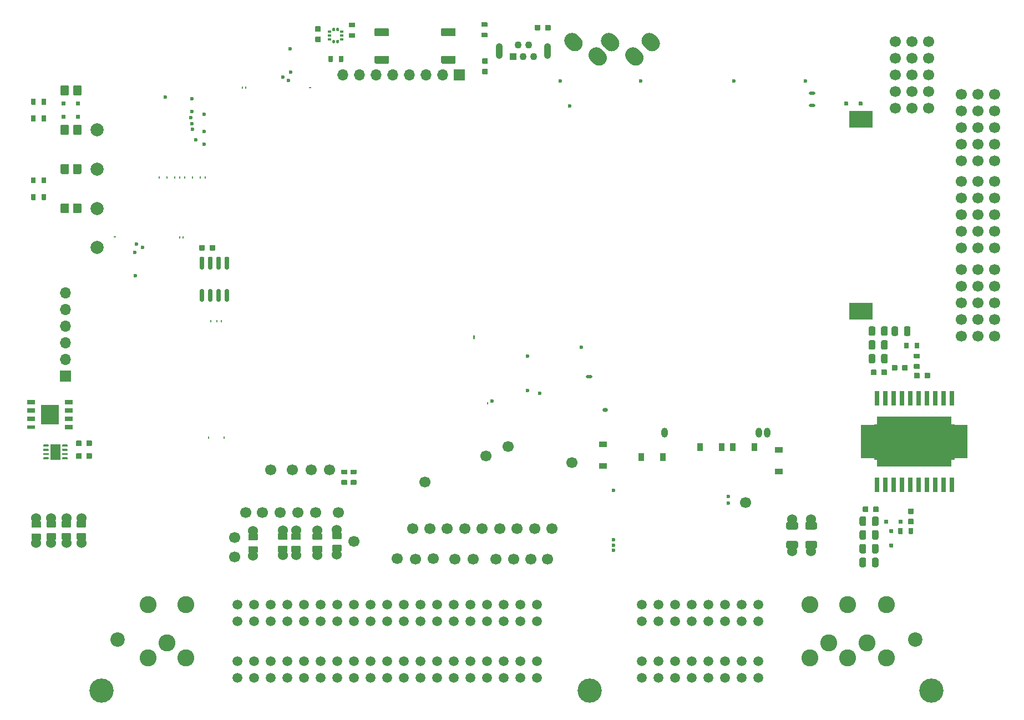
<source format=gts>
G04 #@! TF.GenerationSoftware,KiCad,Pcbnew,8.0.8*
G04 #@! TF.CreationDate,2025-12-07T11:44:23-05:00*
G04 #@! TF.ProjectId,hellen121vag,68656c6c-656e-4313-9231-7661672e6b69,d*
G04 #@! TF.SameCoordinates,PX2b953a0PY6943058*
G04 #@! TF.FileFunction,Soldermask,Top*
G04 #@! TF.FilePolarity,Negative*
%FSLAX46Y46*%
G04 Gerber Fmt 4.6, Leading zero omitted, Abs format (unit mm)*
G04 Created by KiCad (PCBNEW 8.0.8) date 2025-12-07 11:44:23*
%MOMM*%
%LPD*%
G01*
G04 APERTURE LIST*
%ADD10C,0.010000*%
%ADD11C,3.700000*%
%ADD12C,2.200000*%
%ADD13C,2.600000*%
%ADD14C,1.500000*%
%ADD15C,1.700000*%
%ADD16C,0.599999*%
%ADD17O,0.499999X0.250000*%
%ADD18O,0.250000X0.499999*%
%ADD19R,1.600000X2.400000*%
%ADD20O,0.200000X0.399999*%
%ADD21O,1.000001X1.500000*%
%ADD22O,0.800001X0.599999*%
%ADD23C,1.524000*%
%ADD24R,1.310000X0.650000*%
%ADD25R,1.310000X0.600000*%
%ADD26R,1.325000X1.500000*%
%ADD27R,1.200000X0.900000*%
%ADD28C,2.000000*%
%ADD29R,0.800000X2.200000*%
%ADD30R,2.032000X5.080000*%
%ADD31C,1.300000*%
%ADD32R,11.430000X7.620000*%
%ADD33R,3.600000X2.600000*%
%ADD34R,0.900000X1.200000*%
%ADD35R,1.700000X1.700000*%
%ADD36O,1.700000X1.700000*%
%ADD37O,1.000001X0.499999*%
%ADD38R,1.100000X1.100000*%
%ADD39C,1.100000*%
%ADD40O,1.100000X2.400000*%
%ADD41O,0.200000X0.499999*%
G04 APERTURE END LIST*
D10*
G04 #@! TO.C,U1*
X137017400Y40845303D02*
X136598850Y40845303D01*
X136598850Y46133763D01*
X137017400Y46133763D01*
X137017400Y40845303D01*
G36*
X137017400Y40845303D02*
G01*
X136598850Y40845303D01*
X136598850Y46133763D01*
X137017400Y46133763D01*
X137017400Y40845303D01*
G37*
X148803000Y40847843D02*
X148402450Y40847843D01*
X148402450Y46133763D01*
X148803000Y46133763D01*
X148803000Y40847843D01*
G36*
X148803000Y40847843D02*
G01*
X148402450Y40847843D01*
X148402450Y46133763D01*
X148803000Y46133763D01*
X148803000Y40847843D01*
G37*
G04 #@! TD*
D11*
G04 #@! TO.C,P1*
X145348000Y5492000D03*
X18648000Y5492000D03*
X93148000Y5492000D03*
D12*
X142898000Y13292000D03*
X21098000Y13292000D03*
D13*
X25748000Y10492000D03*
X31548000Y10492000D03*
X28648000Y12822000D03*
X25748000Y18622000D03*
X31548000Y18622000D03*
D14*
X85168000Y18622000D03*
X82628000Y18622000D03*
X80088000Y18622000D03*
X77548000Y18622000D03*
X75008000Y18622000D03*
X72468000Y18622000D03*
X69928000Y18622000D03*
X67388000Y18622000D03*
X64848000Y18622000D03*
X62308000Y18622000D03*
X59768000Y18622000D03*
X57228000Y18622000D03*
X54688000Y18622000D03*
X52148000Y18622000D03*
X49608000Y18622000D03*
X47068000Y18622000D03*
X44528000Y18622000D03*
X41988000Y18622000D03*
X39448000Y18622000D03*
X85168000Y16082000D03*
X82628000Y16082000D03*
X80088000Y16082000D03*
X77548000Y16082000D03*
X75008000Y16082000D03*
X72468000Y16082000D03*
X69928000Y16082000D03*
X67388000Y16082000D03*
X64848000Y16082000D03*
X62308000Y16082000D03*
X59768000Y16082000D03*
X57228000Y16082000D03*
X54688000Y16082000D03*
X52148000Y16082000D03*
X49608000Y16082000D03*
X47068000Y16082000D03*
X44528000Y16082000D03*
X41988000Y16082000D03*
X39448000Y16082000D03*
X85168000Y10032000D03*
X82628000Y10032000D03*
X80088000Y10032000D03*
X77548000Y10032000D03*
X75008000Y10032000D03*
X72468000Y10032000D03*
X69928000Y10032000D03*
X67388000Y10032000D03*
X64848000Y10032000D03*
X62308000Y10032000D03*
X59768000Y10032000D03*
X57228000Y10032000D03*
X54688000Y10032000D03*
X52148000Y10032000D03*
X49608000Y10032000D03*
X47068000Y10032000D03*
X44528000Y10032000D03*
X41988000Y10032000D03*
X39448000Y10032000D03*
X85168000Y7492000D03*
X82628000Y7492000D03*
X80088000Y7492000D03*
X77548000Y7492000D03*
X75008000Y7492000D03*
X72468000Y7492000D03*
X69928000Y7492000D03*
X67388000Y7492000D03*
X64848000Y7492000D03*
X62308000Y7492000D03*
X59768000Y7492000D03*
X57228000Y7492000D03*
X54688000Y7492000D03*
X52148000Y7492000D03*
X49608000Y7492000D03*
X47068000Y7492000D03*
X44528000Y7492000D03*
X41988000Y7492000D03*
X39448000Y7492000D03*
X101138000Y7492000D03*
X103678000Y7492000D03*
X106218000Y7492000D03*
X108758000Y7492000D03*
X111298000Y7492000D03*
X113838000Y7492000D03*
X116378000Y7492000D03*
X118918000Y7492000D03*
X101138000Y10032000D03*
X103678000Y10032000D03*
X106218000Y10032000D03*
X108758000Y10032000D03*
X111298000Y10032000D03*
X113838000Y10032000D03*
X116378000Y10032000D03*
X118918000Y10032000D03*
X101138000Y16082000D03*
X103678000Y16082000D03*
X106218000Y16082000D03*
X108758000Y16082000D03*
X111298000Y16082000D03*
X113838000Y16082000D03*
X116378000Y16082000D03*
X118918000Y16082000D03*
X101138000Y18622000D03*
X103678000Y18622000D03*
X106218000Y18622000D03*
X108758000Y18622000D03*
X111298000Y18622000D03*
X113838000Y18622000D03*
X116378000Y18622000D03*
X118918000Y18622000D03*
D13*
X126748000Y10492000D03*
X132548000Y10492000D03*
X138448000Y10492000D03*
X129648000Y12822000D03*
X135548000Y12822000D03*
X126748000Y18622000D03*
X132548000Y18622000D03*
X138448000Y18622000D03*
G04 #@! TD*
G04 #@! TO.C,M3*
G36*
G01*
X75642499Y59646377D02*
X75642499Y59196377D01*
G75*
G02*
X75517499Y59071377I-125000J0D01*
G01*
X75517499Y59071377D01*
G75*
G02*
X75392499Y59196377I0J125000D01*
G01*
X75392499Y59646377D01*
G75*
G02*
X75517499Y59771377I125000J0D01*
G01*
X75517499Y59771377D01*
G75*
G02*
X75642499Y59646377I0J-125000D01*
G01*
G37*
G04 #@! TD*
G04 #@! TO.C,U3*
G36*
G01*
X34145000Y64850000D02*
X33845000Y64850000D01*
G75*
G02*
X33695000Y65000000I0J150000D01*
G01*
X33695000Y66650000D01*
G75*
G02*
X33845000Y66800000I150000J0D01*
G01*
X34145000Y66800000D01*
G75*
G02*
X34295000Y66650000I0J-150000D01*
G01*
X34295000Y65000000D01*
G75*
G02*
X34145000Y64850000I-150000J0D01*
G01*
G37*
G36*
G01*
X35415000Y64850000D02*
X35115000Y64850000D01*
G75*
G02*
X34965000Y65000000I0J150000D01*
G01*
X34965000Y66650000D01*
G75*
G02*
X35115000Y66800000I150000J0D01*
G01*
X35415000Y66800000D01*
G75*
G02*
X35565000Y66650000I0J-150000D01*
G01*
X35565000Y65000000D01*
G75*
G02*
X35415000Y64850000I-150000J0D01*
G01*
G37*
G36*
G01*
X36685000Y64850000D02*
X36385000Y64850000D01*
G75*
G02*
X36235000Y65000000I0J150000D01*
G01*
X36235000Y66650000D01*
G75*
G02*
X36385000Y66800000I150000J0D01*
G01*
X36685000Y66800000D01*
G75*
G02*
X36835000Y66650000I0J-150000D01*
G01*
X36835000Y65000000D01*
G75*
G02*
X36685000Y64850000I-150000J0D01*
G01*
G37*
G36*
G01*
X37955000Y64850000D02*
X37655000Y64850000D01*
G75*
G02*
X37505000Y65000000I0J150000D01*
G01*
X37505000Y66650000D01*
G75*
G02*
X37655000Y66800000I150000J0D01*
G01*
X37955000Y66800000D01*
G75*
G02*
X38105000Y66650000I0J-150000D01*
G01*
X38105000Y65000000D01*
G75*
G02*
X37955000Y64850000I-150000J0D01*
G01*
G37*
G36*
G01*
X37955000Y69800000D02*
X37655000Y69800000D01*
G75*
G02*
X37505000Y69950000I0J150000D01*
G01*
X37505000Y71600000D01*
G75*
G02*
X37655000Y71750000I150000J0D01*
G01*
X37955000Y71750000D01*
G75*
G02*
X38105000Y71600000I0J-150000D01*
G01*
X38105000Y69950000D01*
G75*
G02*
X37955000Y69800000I-150000J0D01*
G01*
G37*
G36*
G01*
X36685000Y69800000D02*
X36385000Y69800000D01*
G75*
G02*
X36235000Y69950000I0J150000D01*
G01*
X36235000Y71600000D01*
G75*
G02*
X36385000Y71750000I150000J0D01*
G01*
X36685000Y71750000D01*
G75*
G02*
X36835000Y71600000I0J-150000D01*
G01*
X36835000Y69950000D01*
G75*
G02*
X36685000Y69800000I-150000J0D01*
G01*
G37*
G36*
G01*
X35415000Y69800000D02*
X35115000Y69800000D01*
G75*
G02*
X34965000Y69950000I0J150000D01*
G01*
X34965000Y71600000D01*
G75*
G02*
X35115000Y71750000I150000J0D01*
G01*
X35415000Y71750000D01*
G75*
G02*
X35565000Y71600000I0J-150000D01*
G01*
X35565000Y69950000D01*
G75*
G02*
X35415000Y69800000I-150000J0D01*
G01*
G37*
G36*
G01*
X34145000Y69800000D02*
X33845000Y69800000D01*
G75*
G02*
X33695000Y69950000I0J150000D01*
G01*
X33695000Y71600000D01*
G75*
G02*
X33845000Y71750000I150000J0D01*
G01*
X34145000Y71750000D01*
G75*
G02*
X34295000Y71600000I0J-150000D01*
G01*
X34295000Y69950000D01*
G75*
G02*
X34145000Y69800000I-150000J0D01*
G01*
G37*
G04 #@! TD*
D15*
G04 #@! TO.C,P2*
X44450000Y39198941D03*
G04 #@! TD*
G04 #@! TO.C,R22*
G36*
G01*
X143450000Y58565000D02*
X143450000Y57785000D01*
G75*
G02*
X143380000Y57715000I-70000J0D01*
G01*
X142820000Y57715000D01*
G75*
G02*
X142750000Y57785000I0J70000D01*
G01*
X142750000Y58565000D01*
G75*
G02*
X142820000Y58635000I70000J0D01*
G01*
X143380000Y58635000D01*
G75*
G02*
X143450000Y58565000I0J-70000D01*
G01*
G37*
G36*
G01*
X141850000Y58565000D02*
X141850000Y57785000D01*
G75*
G02*
X141780000Y57715000I-70000J0D01*
G01*
X141220000Y57715000D01*
G75*
G02*
X141150000Y57785000I0J70000D01*
G01*
X141150000Y58565000D01*
G75*
G02*
X141220000Y58635000I70000J0D01*
G01*
X141780000Y58635000D01*
G75*
G02*
X141850000Y58565000I0J-70000D01*
G01*
G37*
G04 #@! TD*
G04 #@! TO.C,C15*
G36*
G01*
X51360000Y106915001D02*
X52040000Y106915001D01*
G75*
G02*
X52125000Y106830001I0J-85000D01*
G01*
X52125000Y106150001D01*
G75*
G02*
X52040000Y106065001I-85000J0D01*
G01*
X51360000Y106065001D01*
G75*
G02*
X51275000Y106150001I0J85000D01*
G01*
X51275000Y106830001D01*
G75*
G02*
X51360000Y106915001I85000J0D01*
G01*
G37*
G36*
G01*
X51360000Y105334999D02*
X52040000Y105334999D01*
G75*
G02*
X52125000Y105249999I0J-85000D01*
G01*
X52125000Y104569999D01*
G75*
G02*
X52040000Y104484999I-85000J0D01*
G01*
X51360000Y104484999D01*
G75*
G02*
X51275000Y104569999I0J85000D01*
G01*
X51275000Y105249999D01*
G75*
G02*
X51360000Y105334999I85000J0D01*
G01*
G37*
G04 #@! TD*
G04 #@! TO.C,C6*
G36*
G01*
X77540000Y99584999D02*
X76860000Y99584999D01*
G75*
G02*
X76775000Y99669999I0J85000D01*
G01*
X76775000Y100349999D01*
G75*
G02*
X76860000Y100434999I85000J0D01*
G01*
X77540000Y100434999D01*
G75*
G02*
X77625000Y100349999I0J-85000D01*
G01*
X77625000Y99669999D01*
G75*
G02*
X77540000Y99584999I-85000J0D01*
G01*
G37*
G36*
G01*
X77540000Y101165001D02*
X76860000Y101165001D01*
G75*
G02*
X76775000Y101250001I0J85000D01*
G01*
X76775000Y101930001D01*
G75*
G02*
X76860000Y102015001I85000J0D01*
G01*
X77540000Y102015001D01*
G75*
G02*
X77625000Y101930001I0J-85000D01*
G01*
X77625000Y101250001D01*
G75*
G02*
X77540000Y101165001I-85000J0D01*
G01*
G37*
G04 #@! TD*
D16*
G04 #@! TO.C,M11*
X96809400Y36036600D03*
X96809400Y28536600D03*
X96809400Y27736600D03*
X96809400Y26936600D03*
X114334400Y34136600D03*
X114334400Y35136600D03*
G04 #@! TD*
D15*
G04 #@! TO.C,G5*
X149860000Y73050000D03*
X149860000Y75590000D03*
X149860000Y78130000D03*
X149860000Y80670000D03*
X149860000Y83210000D03*
X152400000Y73050000D03*
X152400000Y75590000D03*
X152400000Y78130000D03*
X152400000Y80670000D03*
X152400000Y83210000D03*
X154940000Y73050000D03*
X154940000Y75590000D03*
X154940000Y78130000D03*
X154940000Y80670000D03*
X154940000Y83210000D03*
G04 #@! TD*
D17*
G04 #@! TO.C,M1*
X50537495Y97531666D03*
D18*
X40187501Y97581664D03*
X40687502Y97581664D03*
D16*
X47237499Y98631662D03*
X46362497Y99156662D03*
X47537501Y99906660D03*
X47462498Y103456661D03*
G04 #@! TD*
D15*
G04 #@! TO.C,P17*
X57200000Y28275000D03*
G04 #@! TD*
G04 #@! TO.C,U5*
G36*
G01*
X9752499Y42839986D02*
X9752499Y42989986D01*
G75*
G02*
X9827499Y43064986I75000J0D01*
G01*
X10527499Y43064986D01*
G75*
G02*
X10602499Y42989986I0J-75000D01*
G01*
X10602499Y42839986D01*
G75*
G02*
X10527499Y42764986I-75000J0D01*
G01*
X9827499Y42764986D01*
G75*
G02*
X9752499Y42839986I0J75000D01*
G01*
G37*
G36*
G01*
X9752499Y42189986D02*
X9752499Y42339986D01*
G75*
G02*
X9827499Y42414986I75000J0D01*
G01*
X10527499Y42414986D01*
G75*
G02*
X10602499Y42339986I0J-75000D01*
G01*
X10602499Y42189986D01*
G75*
G02*
X10527499Y42114986I-75000J0D01*
G01*
X9827499Y42114986D01*
G75*
G02*
X9752499Y42189986I0J75000D01*
G01*
G37*
G36*
G01*
X9752499Y41539986D02*
X9752499Y41689986D01*
G75*
G02*
X9827499Y41764986I75000J0D01*
G01*
X10527499Y41764986D01*
G75*
G02*
X10602499Y41689986I0J-75000D01*
G01*
X10602499Y41539986D01*
G75*
G02*
X10527499Y41464986I-75000J0D01*
G01*
X9827499Y41464986D01*
G75*
G02*
X9752499Y41539986I0J75000D01*
G01*
G37*
G36*
G01*
X9752499Y40889986D02*
X9752499Y41039986D01*
G75*
G02*
X9827499Y41114986I75000J0D01*
G01*
X10527499Y41114986D01*
G75*
G02*
X10602499Y41039986I0J-75000D01*
G01*
X10602499Y40889986D01*
G75*
G02*
X10527499Y40814986I-75000J0D01*
G01*
X9827499Y40814986D01*
G75*
G02*
X9752499Y40889986I0J75000D01*
G01*
G37*
G36*
G01*
X12652499Y40889986D02*
X12652499Y41039986D01*
G75*
G02*
X12727499Y41114986I75000J0D01*
G01*
X13427499Y41114986D01*
G75*
G02*
X13502499Y41039986I0J-75000D01*
G01*
X13502499Y40889986D01*
G75*
G02*
X13427499Y40814986I-75000J0D01*
G01*
X12727499Y40814986D01*
G75*
G02*
X12652499Y40889986I0J75000D01*
G01*
G37*
G36*
G01*
X12652499Y41539986D02*
X12652499Y41689986D01*
G75*
G02*
X12727499Y41764986I75000J0D01*
G01*
X13427499Y41764986D01*
G75*
G02*
X13502499Y41689986I0J-75000D01*
G01*
X13502499Y41539986D01*
G75*
G02*
X13427499Y41464986I-75000J0D01*
G01*
X12727499Y41464986D01*
G75*
G02*
X12652499Y41539986I0J75000D01*
G01*
G37*
G36*
G01*
X12652499Y42189986D02*
X12652499Y42339986D01*
G75*
G02*
X12727499Y42414986I75000J0D01*
G01*
X13427499Y42414986D01*
G75*
G02*
X13502499Y42339986I0J-75000D01*
G01*
X13502499Y42189986D01*
G75*
G02*
X13427499Y42114986I-75000J0D01*
G01*
X12727499Y42114986D01*
G75*
G02*
X12652499Y42189986I0J75000D01*
G01*
G37*
G36*
G01*
X12652499Y42839986D02*
X12652499Y42989986D01*
G75*
G02*
X12727499Y43064986I75000J0D01*
G01*
X13427499Y43064986D01*
G75*
G02*
X13502499Y42989986I0J-75000D01*
G01*
X13502499Y42839986D01*
G75*
G02*
X13427499Y42764986I-75000J0D01*
G01*
X12727499Y42764986D01*
G75*
G02*
X12652499Y42839986I0J75000D01*
G01*
G37*
D19*
X11627499Y41939986D03*
G04 #@! TD*
D20*
G04 #@! TO.C,M7*
X34517335Y83814583D03*
X33757356Y83814583D03*
X32582363Y83814583D03*
X31407376Y83814583D03*
X30567464Y83814583D03*
X29817392Y83814583D03*
X28642381Y83814583D03*
X27467384Y83814583D03*
D16*
X32507387Y93914190D03*
X34342397Y93489182D03*
X32292389Y92939185D03*
X32507384Y92064226D03*
X32582391Y91214203D03*
X34342397Y90889187D03*
X33032397Y89589220D03*
X34342397Y88939203D03*
X28417382Y96114206D03*
X32492388Y95814204D03*
G04 #@! TD*
D21*
G04 #@! TO.C,M6*
X120232431Y44851221D03*
X118976566Y44851221D03*
X104601540Y44851221D03*
D22*
X95546542Y48347505D03*
G04 #@! TD*
D15*
G04 #@! TO.C,P5*
X50675000Y39173941D03*
G04 #@! TD*
G04 #@! TO.C,P61*
X40675000Y32675000D03*
G04 #@! TD*
G04 #@! TO.C,P44*
X76744800Y30212600D03*
G04 #@! TD*
G04 #@! TO.C,P16*
X68000000Y37375000D03*
G04 #@! TD*
G04 #@! TO.C,C18*
G36*
G01*
X14772499Y40985000D02*
X14772499Y41665000D01*
G75*
G02*
X14857499Y41750000I85000J0D01*
G01*
X15537499Y41750000D01*
G75*
G02*
X15622499Y41665000I0J-85000D01*
G01*
X15622499Y40985000D01*
G75*
G02*
X15537499Y40900000I-85000J0D01*
G01*
X14857499Y40900000D01*
G75*
G02*
X14772499Y40985000I0J85000D01*
G01*
G37*
G36*
G01*
X16352501Y40985000D02*
X16352501Y41665000D01*
G75*
G02*
X16437501Y41750000I85000J0D01*
G01*
X17117501Y41750000D01*
G75*
G02*
X17202501Y41665000I0J-85000D01*
G01*
X17202501Y40985000D01*
G75*
G02*
X17117501Y40900000I-85000J0D01*
G01*
X16437501Y40900000D01*
G75*
G02*
X16352501Y40985000I0J85000D01*
G01*
G37*
G04 #@! TD*
G04 #@! TO.C,D8*
G36*
G01*
X14312000Y90505000D02*
X14312000Y91745000D01*
G75*
G02*
X14442000Y91875000I130000J0D01*
G01*
X15482000Y91875000D01*
G75*
G02*
X15612000Y91745000I0J-130000D01*
G01*
X15612000Y90505000D01*
G75*
G02*
X15482000Y90375000I-130000J0D01*
G01*
X14442000Y90375000D01*
G75*
G02*
X14312000Y90505000I0J130000D01*
G01*
G37*
G36*
G01*
X12411979Y90505000D02*
X12411979Y91745000D01*
G75*
G02*
X12541979Y91875000I130000J0D01*
G01*
X13581979Y91875000D01*
G75*
G02*
X13711979Y91745000I0J-130000D01*
G01*
X13711979Y90505000D01*
G75*
G02*
X13581979Y90375000I-130000J0D01*
G01*
X12541979Y90375000D01*
G75*
G02*
X12411979Y90505000I0J130000D01*
G01*
G37*
G04 #@! TD*
G04 #@! TO.C,P6*
X116936200Y34225800D03*
G04 #@! TD*
G04 #@! TO.C,P66*
X79419800Y30212600D03*
G04 #@! TD*
G04 #@! TO.C,P12*
X69300000Y25625000D03*
G04 #@! TD*
G04 #@! TO.C,P13*
X66575000Y25550000D03*
G04 #@! TD*
D23*
G04 #@! TO.C,R13*
X8700000Y31830000D03*
G36*
G01*
X8075000Y31375001D02*
X9325000Y31375001D01*
G75*
G02*
X9425000Y31275001I0J-100000D01*
G01*
X9425000Y30475001D01*
G75*
G02*
X9325000Y30375001I-100000J0D01*
G01*
X8075000Y30375001D01*
G75*
G02*
X7975000Y30475001I0J100000D01*
G01*
X7975000Y31275001D01*
G75*
G02*
X8075000Y31375001I100000J0D01*
G01*
G37*
G36*
G01*
X8075000Y29474979D02*
X9325000Y29474979D01*
G75*
G02*
X9425000Y29374979I0J-100000D01*
G01*
X9425000Y28574979D01*
G75*
G02*
X9325000Y28474979I-100000J0D01*
G01*
X8075000Y28474979D01*
G75*
G02*
X7975000Y28574979I0J100000D01*
G01*
X7975000Y29374979D01*
G75*
G02*
X8075000Y29474979I100000J0D01*
G01*
G37*
X8700000Y28020000D03*
G04 #@! TD*
D15*
G04 #@! TO.C,G2*
X149860000Y86360000D03*
X149860000Y88900000D03*
X149860000Y91440000D03*
X149860000Y93980000D03*
X149860000Y96520000D03*
X152400000Y86360000D03*
X152400000Y88900000D03*
X152400000Y91440000D03*
X152400000Y93980000D03*
X152400000Y96520000D03*
X154940000Y86360000D03*
X154940000Y88900000D03*
X154940000Y91440000D03*
X154940000Y93980000D03*
X154940000Y96520000D03*
G04 #@! TD*
D23*
G04 #@! TO.C,R4*
X54600000Y26295000D03*
G36*
G01*
X55225000Y26749999D02*
X53975000Y26749999D01*
G75*
G02*
X53875000Y26849999I0J100000D01*
G01*
X53875000Y27649999D01*
G75*
G02*
X53975000Y27749999I100000J0D01*
G01*
X55225000Y27749999D01*
G75*
G02*
X55325000Y27649999I0J-100000D01*
G01*
X55325000Y26849999D01*
G75*
G02*
X55225000Y26749999I-100000J0D01*
G01*
G37*
X54600000Y30105000D03*
G36*
G01*
X55225000Y28650021D02*
X53975000Y28650021D01*
G75*
G02*
X53875000Y28750021I0J100000D01*
G01*
X53875000Y29550021D01*
G75*
G02*
X53975000Y29650021I100000J0D01*
G01*
X55225000Y29650021D01*
G75*
G02*
X55325000Y29550021I0J-100000D01*
G01*
X55325000Y28750021D01*
G75*
G02*
X55225000Y28650021I-100000J0D01*
G01*
G37*
G04 #@! TD*
D15*
G04 #@! TO.C,P63*
X86775000Y25575000D03*
G04 #@! TD*
G04 #@! TO.C,P4*
X53500000Y39173941D03*
G04 #@! TD*
G04 #@! TO.C,R16*
G36*
G01*
X10212000Y95790000D02*
X10212000Y95010000D01*
G75*
G02*
X10142000Y94940000I-70000J0D01*
G01*
X9582000Y94940000D01*
G75*
G02*
X9512000Y95010000I0J70000D01*
G01*
X9512000Y95790000D01*
G75*
G02*
X9582000Y95860000I70000J0D01*
G01*
X10142000Y95860000D01*
G75*
G02*
X10212000Y95790000I0J-70000D01*
G01*
G37*
G36*
G01*
X8612000Y95790000D02*
X8612000Y95010000D01*
G75*
G02*
X8542000Y94940000I-70000J0D01*
G01*
X7982000Y94940000D01*
G75*
G02*
X7912000Y95010000I0J70000D01*
G01*
X7912000Y95790000D01*
G75*
G02*
X7982000Y95860000I70000J0D01*
G01*
X8542000Y95860000D01*
G75*
G02*
X8612000Y95790000I0J-70000D01*
G01*
G37*
G04 #@! TD*
G04 #@! TO.C,C5*
G36*
G01*
X145122001Y53932163D02*
X145122001Y53252163D01*
G75*
G02*
X145037001Y53167163I-85000J0D01*
G01*
X144357001Y53167163D01*
G75*
G02*
X144272001Y53252163I0J85000D01*
G01*
X144272001Y53932163D01*
G75*
G02*
X144357001Y54017163I85000J0D01*
G01*
X145037001Y54017163D01*
G75*
G02*
X145122001Y53932163I0J-85000D01*
G01*
G37*
G36*
G01*
X143541999Y53932163D02*
X143541999Y53252163D01*
G75*
G02*
X143456999Y53167163I-85000J0D01*
G01*
X142776999Y53167163D01*
G75*
G02*
X142691999Y53252163I0J85000D01*
G01*
X142691999Y53932163D01*
G75*
G02*
X142776999Y54017163I85000J0D01*
G01*
X143456999Y54017163D01*
G75*
G02*
X143541999Y53932163I0J-85000D01*
G01*
G37*
G04 #@! TD*
G04 #@! TO.C,C11*
G36*
G01*
X134362000Y30900000D02*
X134362000Y31850000D01*
G75*
G02*
X134612000Y32100000I250000J0D01*
G01*
X135112000Y32100000D01*
G75*
G02*
X135362000Y31850000I0J-250000D01*
G01*
X135362000Y30900000D01*
G75*
G02*
X135112000Y30650000I-250000J0D01*
G01*
X134612000Y30650000D01*
G75*
G02*
X134362000Y30900000I0J250000D01*
G01*
G37*
G36*
G01*
X136262000Y30900000D02*
X136262000Y31850000D01*
G75*
G02*
X136512000Y32100000I250000J0D01*
G01*
X137012000Y32100000D01*
G75*
G02*
X137262000Y31850000I0J-250000D01*
G01*
X137262000Y30900000D01*
G75*
G02*
X137012000Y30650000I-250000J0D01*
G01*
X136512000Y30650000D01*
G75*
G02*
X136262000Y30900000I0J250000D01*
G01*
G37*
G04 #@! TD*
D18*
G04 #@! TO.C,M5*
X35362524Y61926574D03*
X36237524Y61926574D03*
X36937525Y61926574D03*
X37387524Y44101576D03*
X34987521Y44101576D03*
G04 #@! TD*
D15*
G04 #@! TO.C,P28*
X74094800Y30212600D03*
G04 #@! TD*
G04 #@! TO.C,P74*
X45925000Y32675000D03*
G04 #@! TD*
D23*
G04 #@! TO.C,R8*
X48350000Y29955000D03*
G36*
G01*
X47725000Y29500001D02*
X48975000Y29500001D01*
G75*
G02*
X49075000Y29400001I0J-100000D01*
G01*
X49075000Y28600001D01*
G75*
G02*
X48975000Y28500001I-100000J0D01*
G01*
X47725000Y28500001D01*
G75*
G02*
X47625000Y28600001I0J100000D01*
G01*
X47625000Y29400001D01*
G75*
G02*
X47725000Y29500001I100000J0D01*
G01*
G37*
G36*
G01*
X47725000Y27599979D02*
X48975000Y27599979D01*
G75*
G02*
X49075000Y27499979I0J-100000D01*
G01*
X49075000Y26699979D01*
G75*
G02*
X48975000Y26599979I-100000J0D01*
G01*
X47725000Y26599979D01*
G75*
G02*
X47625000Y26699979I0J100000D01*
G01*
X47625000Y27499979D01*
G75*
G02*
X47725000Y27599979I100000J0D01*
G01*
G37*
X48350000Y26145000D03*
G04 #@! TD*
D24*
G04 #@! TO.C,U4*
X7942500Y49530000D03*
X7942500Y48260000D03*
X7942500Y46990000D03*
D25*
X7942500Y45720000D03*
D24*
X13632500Y45720000D03*
X13632500Y46990000D03*
X13632500Y48260000D03*
X13632500Y49530000D03*
D26*
X11450000Y48375000D03*
X11450000Y46875000D03*
X10125000Y46875000D03*
D14*
X10787500Y47625000D03*
D26*
X10125000Y48375000D03*
G04 #@! TD*
G04 #@! TO.C,F1*
G36*
G01*
X124975000Y28119990D02*
X124975000Y27429990D01*
G75*
G02*
X124745000Y27199990I-230000J0D01*
G01*
X123405000Y27199990D01*
G75*
G02*
X123175000Y27429990I0J230000D01*
G01*
X123175000Y28119990D01*
G75*
G02*
X123405000Y28349990I230000J0D01*
G01*
X124745000Y28349990D01*
G75*
G02*
X124975000Y28119990I0J-230000D01*
G01*
G37*
D23*
X124075000Y26775000D03*
G36*
G01*
X124975000Y31020010D02*
X124975000Y30330010D01*
G75*
G02*
X124745000Y30100010I-230000J0D01*
G01*
X123405000Y30100010D01*
G75*
G02*
X123175000Y30330010I0J230000D01*
G01*
X123175000Y31020010D01*
G75*
G02*
X123405000Y31250010I230000J0D01*
G01*
X124745000Y31250010D01*
G75*
G02*
X124975000Y31020010I0J-230000D01*
G01*
G37*
X124075000Y31675000D03*
G04 #@! TD*
D27*
G04 #@! TO.C,D10*
X122016200Y38951200D03*
X122016200Y42251200D03*
G04 #@! TD*
D28*
G04 #@! TO.C,J2*
X17962000Y91125000D03*
G04 #@! TD*
D29*
G04 #@! TO.C,U1*
X136992000Y36892163D03*
X138262000Y36892163D03*
X139532000Y36892163D03*
X140802000Y36892163D03*
X142072000Y36892163D03*
X143342000Y36892163D03*
X144612000Y36892163D03*
X145882000Y36892163D03*
X147152000Y36892163D03*
X148422000Y36892163D03*
X148422000Y50092163D03*
X147152000Y50092163D03*
X145882000Y50092163D03*
X144612000Y50092163D03*
X143342000Y50092163D03*
X142072000Y50092163D03*
X140802000Y50092163D03*
X139532000Y50092163D03*
X138262000Y50092163D03*
X136992000Y50092163D03*
D30*
X135595000Y43492163D03*
D31*
X137707000Y40492163D03*
X137707000Y46492163D03*
X142707000Y46492163D03*
D32*
X142707000Y43492163D03*
D31*
X147707000Y43492163D03*
X142707000Y43492163D03*
X147707000Y46492163D03*
X137707000Y43492163D03*
X147707000Y40492163D03*
X142707000Y40492163D03*
D30*
X149819000Y43492163D03*
G04 #@! TD*
G04 #@! TO.C,R21*
G36*
G01*
X10212000Y81240000D02*
X10212000Y80460000D01*
G75*
G02*
X10142000Y80390000I-70000J0D01*
G01*
X9582000Y80390000D01*
G75*
G02*
X9512000Y80460000I0J70000D01*
G01*
X9512000Y81240000D01*
G75*
G02*
X9582000Y81310000I70000J0D01*
G01*
X10142000Y81310000D01*
G75*
G02*
X10212000Y81240000I0J-70000D01*
G01*
G37*
G36*
G01*
X8612000Y81240000D02*
X8612000Y80460000D01*
G75*
G02*
X8542000Y80390000I-70000J0D01*
G01*
X7982000Y80390000D01*
G75*
G02*
X7912000Y80460000I0J70000D01*
G01*
X7912000Y81240000D01*
G75*
G02*
X7982000Y81310000I70000J0D01*
G01*
X8542000Y81310000D01*
G75*
G02*
X8612000Y81240000I0J-70000D01*
G01*
G37*
G04 #@! TD*
D17*
G04 #@! TO.C,M10*
X20725007Y74749997D03*
D18*
X31075001Y74699999D03*
X30575000Y74699999D03*
D16*
X24025003Y73650001D03*
X24900005Y73125001D03*
X23725001Y72375003D03*
X23800004Y68825002D03*
G04 #@! TD*
G04 #@! TO.C,D4*
G36*
G01*
X14312000Y96505000D02*
X14312000Y97745000D01*
G75*
G02*
X14442000Y97875000I130000J0D01*
G01*
X15482000Y97875000D01*
G75*
G02*
X15612000Y97745000I0J-130000D01*
G01*
X15612000Y96505000D01*
G75*
G02*
X15482000Y96375000I-130000J0D01*
G01*
X14442000Y96375000D01*
G75*
G02*
X14312000Y96505000I0J130000D01*
G01*
G37*
G36*
G01*
X12411979Y96505000D02*
X12411979Y97745000D01*
G75*
G02*
X12541979Y97875000I130000J0D01*
G01*
X13581979Y97875000D01*
G75*
G02*
X13711979Y97745000I0J-130000D01*
G01*
X13711979Y96505000D01*
G75*
G02*
X13581979Y96375000I-130000J0D01*
G01*
X12541979Y96375000D01*
G75*
G02*
X12411979Y96505000I0J130000D01*
G01*
G37*
G04 #@! TD*
G04 #@! TO.C,C16*
G36*
G01*
X36015001Y73440000D02*
X36015001Y72760000D01*
G75*
G02*
X35930001Y72675000I-85000J0D01*
G01*
X35250001Y72675000D01*
G75*
G02*
X35165001Y72760000I0J85000D01*
G01*
X35165001Y73440000D01*
G75*
G02*
X35250001Y73525000I85000J0D01*
G01*
X35930001Y73525000D01*
G75*
G02*
X36015001Y73440000I0J-85000D01*
G01*
G37*
G36*
G01*
X34434999Y73440000D02*
X34434999Y72760000D01*
G75*
G02*
X34349999Y72675000I-85000J0D01*
G01*
X33669999Y72675000D01*
G75*
G02*
X33584999Y72760000I0J85000D01*
G01*
X33584999Y73440000D01*
G75*
G02*
X33669999Y73525000I85000J0D01*
G01*
X34349999Y73525000D01*
G75*
G02*
X34434999Y73440000I0J-85000D01*
G01*
G37*
G04 #@! TD*
G04 #@! TO.C,S1*
G36*
G01*
X60482000Y106600001D02*
X62442000Y106600001D01*
G75*
G02*
X62562000Y106480001I0J-120000D01*
G01*
X62562000Y105520001D01*
G75*
G02*
X62442000Y105400001I-120000J0D01*
G01*
X60482000Y105400001D01*
G75*
G02*
X60362000Y105520001I0J120000D01*
G01*
X60362000Y106480001D01*
G75*
G02*
X60482000Y106600001I120000J0D01*
G01*
G37*
G36*
G01*
X60482000Y102400000D02*
X62442000Y102400000D01*
G75*
G02*
X62562000Y102280000I0J-120000D01*
G01*
X62562000Y101320000D01*
G75*
G02*
X62442000Y101200000I-120000J0D01*
G01*
X60482000Y101200000D01*
G75*
G02*
X60362000Y101320000I0J120000D01*
G01*
X60362000Y102280000D01*
G75*
G02*
X60482000Y102400000I120000J0D01*
G01*
G37*
G04 #@! TD*
D15*
G04 #@! TO.C,P67*
X82112800Y30212600D03*
G04 #@! TD*
D33*
G04 #@! TO.C,BT1*
X134600000Y92700000D03*
X134600000Y63400000D03*
G04 #@! TD*
D15*
G04 #@! TO.C,P9*
X71444800Y30212600D03*
G04 #@! TD*
G04 #@! TO.C,C19*
G36*
G01*
X14772499Y42925000D02*
X14772499Y43605000D01*
G75*
G02*
X14857499Y43690000I85000J0D01*
G01*
X15537499Y43690000D01*
G75*
G02*
X15622499Y43605000I0J-85000D01*
G01*
X15622499Y42925000D01*
G75*
G02*
X15537499Y42840000I-85000J0D01*
G01*
X14857499Y42840000D01*
G75*
G02*
X14772499Y42925000I0J85000D01*
G01*
G37*
G36*
G01*
X16352501Y42925000D02*
X16352501Y43605000D01*
G75*
G02*
X16437501Y43690000I85000J0D01*
G01*
X17117501Y43690000D01*
G75*
G02*
X17202501Y43605000I0J-85000D01*
G01*
X17202501Y42925000D01*
G75*
G02*
X17117501Y42840000I-85000J0D01*
G01*
X16437501Y42840000D01*
G75*
G02*
X16352501Y42925000I0J85000D01*
G01*
G37*
G04 #@! TD*
G04 #@! TO.C,R5*
G36*
G01*
X142717000Y56942163D02*
X143497000Y56942163D01*
G75*
G02*
X143567000Y56872163I0J-70000D01*
G01*
X143567000Y56312163D01*
G75*
G02*
X143497000Y56242163I-70000J0D01*
G01*
X142717000Y56242163D01*
G75*
G02*
X142647000Y56312163I0J70000D01*
G01*
X142647000Y56872163D01*
G75*
G02*
X142717000Y56942163I70000J0D01*
G01*
G37*
G36*
G01*
X142717000Y55342163D02*
X143497000Y55342163D01*
G75*
G02*
X143567000Y55272163I0J-70000D01*
G01*
X143567000Y54712163D01*
G75*
G02*
X143497000Y54642163I-70000J0D01*
G01*
X142717000Y54642163D01*
G75*
G02*
X142647000Y54712163I0J70000D01*
G01*
X142647000Y55272163D01*
G75*
G02*
X142717000Y55342163I70000J0D01*
G01*
G37*
G04 #@! TD*
G04 #@! TO.C,P7*
X90500000Y40325000D03*
G04 #@! TD*
G04 #@! TO.C,U2*
G36*
G01*
X54200000Y104300000D02*
X54000000Y104300000D01*
G75*
G02*
X53900000Y104400000I0J100000D01*
G01*
X53900000Y104750000D01*
G75*
G02*
X54000000Y104850000I100000J0D01*
G01*
X54200000Y104850000D01*
G75*
G02*
X54300000Y104750000I0J-100000D01*
G01*
X54300000Y104400000D01*
G75*
G02*
X54200000Y104300000I-100000J0D01*
G01*
G37*
G36*
G01*
X54800000Y104300000D02*
X54600000Y104300000D01*
G75*
G02*
X54500000Y104400000I0J100000D01*
G01*
X54500000Y104750000D01*
G75*
G02*
X54600000Y104850000I100000J0D01*
G01*
X54800000Y104850000D01*
G75*
G02*
X54900000Y104750000I0J-100000D01*
G01*
X54900000Y104400000D01*
G75*
G02*
X54800000Y104300000I-100000J0D01*
G01*
G37*
G36*
G01*
X55500000Y104700000D02*
X55150000Y104700000D01*
G75*
G02*
X55050000Y104800000I0J100000D01*
G01*
X55050000Y105000000D01*
G75*
G02*
X55150000Y105100000I100000J0D01*
G01*
X55500000Y105100000D01*
G75*
G02*
X55600000Y105000000I0J-100000D01*
G01*
X55600000Y104800000D01*
G75*
G02*
X55500000Y104700000I-100000J0D01*
G01*
G37*
G36*
G01*
X55500000Y105300000D02*
X55150000Y105300000D01*
G75*
G02*
X55050000Y105400000I0J100000D01*
G01*
X55050000Y105600000D01*
G75*
G02*
X55150000Y105700000I100000J0D01*
G01*
X55500000Y105700000D01*
G75*
G02*
X55600000Y105600000I0J-100000D01*
G01*
X55600000Y105400000D01*
G75*
G02*
X55500000Y105300000I-100000J0D01*
G01*
G37*
G36*
G01*
X55500000Y105900000D02*
X55150000Y105900000D01*
G75*
G02*
X55050000Y106000000I0J100000D01*
G01*
X55050000Y106200000D01*
G75*
G02*
X55150000Y106300000I100000J0D01*
G01*
X55500000Y106300000D01*
G75*
G02*
X55600000Y106200000I0J-100000D01*
G01*
X55600000Y106000000D01*
G75*
G02*
X55500000Y105900000I-100000J0D01*
G01*
G37*
G36*
G01*
X54800000Y106150000D02*
X54600000Y106150000D01*
G75*
G02*
X54500000Y106250000I0J100000D01*
G01*
X54500000Y106600000D01*
G75*
G02*
X54600000Y106700000I100000J0D01*
G01*
X54800000Y106700000D01*
G75*
G02*
X54900000Y106600000I0J-100000D01*
G01*
X54900000Y106250000D01*
G75*
G02*
X54800000Y106150000I-100000J0D01*
G01*
G37*
G36*
G01*
X54200000Y106150000D02*
X54000000Y106150000D01*
G75*
G02*
X53900000Y106250000I0J100000D01*
G01*
X53900000Y106600000D01*
G75*
G02*
X54000000Y106700000I100000J0D01*
G01*
X54200000Y106700000D01*
G75*
G02*
X54300000Y106600000I0J-100000D01*
G01*
X54300000Y106250000D01*
G75*
G02*
X54200000Y106150000I-100000J0D01*
G01*
G37*
G36*
G01*
X53650000Y105900000D02*
X53300000Y105900000D01*
G75*
G02*
X53200000Y106000000I0J100000D01*
G01*
X53200000Y106200000D01*
G75*
G02*
X53300000Y106300000I100000J0D01*
G01*
X53650000Y106300000D01*
G75*
G02*
X53750000Y106200000I0J-100000D01*
G01*
X53750000Y106000000D01*
G75*
G02*
X53650000Y105900000I-100000J0D01*
G01*
G37*
G36*
G01*
X53650000Y105300000D02*
X53300000Y105300000D01*
G75*
G02*
X53200000Y105400000I0J100000D01*
G01*
X53200000Y105600000D01*
G75*
G02*
X53300000Y105700000I100000J0D01*
G01*
X53650000Y105700000D01*
G75*
G02*
X53750000Y105600000I0J-100000D01*
G01*
X53750000Y105400000D01*
G75*
G02*
X53650000Y105300000I-100000J0D01*
G01*
G37*
G36*
G01*
X53650000Y104700000D02*
X53300000Y104700000D01*
G75*
G02*
X53200000Y104800000I0J100000D01*
G01*
X53200000Y105000000D01*
G75*
G02*
X53300000Y105100000I100000J0D01*
G01*
X53650000Y105100000D01*
G75*
G02*
X53750000Y105000000I0J-100000D01*
G01*
X53750000Y104800000D01*
G75*
G02*
X53650000Y104700000I-100000J0D01*
G01*
G37*
G04 #@! TD*
G04 #@! TO.C,D5*
G36*
G01*
X15302000Y92825000D02*
X14822000Y92825000D01*
G75*
G02*
X14762000Y92885000I0J60000D01*
G01*
X14762000Y93365000D01*
G75*
G02*
X14822000Y93425000I60000J0D01*
G01*
X15302000Y93425000D01*
G75*
G02*
X15362000Y93365000I0J-60000D01*
G01*
X15362000Y92885000D01*
G75*
G02*
X15302000Y92825000I-60000J0D01*
G01*
G37*
G36*
G01*
X13102000Y92825000D02*
X12622000Y92825000D01*
G75*
G02*
X12562000Y92885000I0J60000D01*
G01*
X12562000Y93365000D01*
G75*
G02*
X12622000Y93425000I60000J0D01*
G01*
X13102000Y93425000D01*
G75*
G02*
X13162000Y93365000I0J-60000D01*
G01*
X13162000Y92885000D01*
G75*
G02*
X13102000Y92825000I-60000J0D01*
G01*
G37*
G04 #@! TD*
G04 #@! TO.C,P49*
X72625000Y25575000D03*
G04 #@! TD*
G04 #@! TO.C,R18*
G36*
G01*
X53274986Y101550001D02*
X53274986Y102330001D01*
G75*
G02*
X53344986Y102400001I70000J0D01*
G01*
X53904986Y102400001D01*
G75*
G02*
X53974986Y102330001I0J-70000D01*
G01*
X53974986Y101550001D01*
G75*
G02*
X53904986Y101480001I-70000J0D01*
G01*
X53344986Y101480001D01*
G75*
G02*
X53274986Y101550001I0J70000D01*
G01*
G37*
G36*
G01*
X54874986Y101550001D02*
X54874986Y102330001D01*
G75*
G02*
X54944986Y102400001I70000J0D01*
G01*
X55504986Y102400001D01*
G75*
G02*
X55574986Y102330001I0J-70000D01*
G01*
X55574986Y101550001D01*
G75*
G02*
X55504986Y101480001I-70000J0D01*
G01*
X54944986Y101480001D01*
G75*
G02*
X54874986Y101550001I0J70000D01*
G01*
G37*
G04 #@! TD*
D23*
G04 #@! TO.C,R10*
X13300000Y31880000D03*
G36*
G01*
X12675000Y31425001D02*
X13925000Y31425001D01*
G75*
G02*
X14025000Y31325001I0J-100000D01*
G01*
X14025000Y30525001D01*
G75*
G02*
X13925000Y30425001I-100000J0D01*
G01*
X12675000Y30425001D01*
G75*
G02*
X12575000Y30525001I0J100000D01*
G01*
X12575000Y31325001D01*
G75*
G02*
X12675000Y31425001I100000J0D01*
G01*
G37*
X13300000Y28070000D03*
G36*
G01*
X12675000Y29524979D02*
X13925000Y29524979D01*
G75*
G02*
X14025000Y29424979I0J-100000D01*
G01*
X14025000Y28624979D01*
G75*
G02*
X13925000Y28524979I-100000J0D01*
G01*
X12675000Y28524979D01*
G75*
G02*
X12575000Y28624979I0J100000D01*
G01*
X12575000Y29424979D01*
G75*
G02*
X12675000Y29524979I100000J0D01*
G01*
G37*
G04 #@! TD*
G04 #@! TO.C,D3*
G36*
G01*
X15302000Y94825000D02*
X14822000Y94825000D01*
G75*
G02*
X14762000Y94885000I0J60000D01*
G01*
X14762000Y95365000D01*
G75*
G02*
X14822000Y95425000I60000J0D01*
G01*
X15302000Y95425000D01*
G75*
G02*
X15362000Y95365000I0J-60000D01*
G01*
X15362000Y94885000D01*
G75*
G02*
X15302000Y94825000I-60000J0D01*
G01*
G37*
G36*
G01*
X13102000Y94825000D02*
X12622000Y94825000D01*
G75*
G02*
X12562000Y94885000I0J60000D01*
G01*
X12562000Y95365000D01*
G75*
G02*
X12622000Y95425000I60000J0D01*
G01*
X13102000Y95425000D01*
G75*
G02*
X13162000Y95365000I0J-60000D01*
G01*
X13162000Y94885000D01*
G75*
G02*
X13102000Y94825000I-60000J0D01*
G01*
G37*
G04 #@! TD*
D15*
G04 #@! TO.C,P14*
X63775000Y25625000D03*
G04 #@! TD*
D23*
G04 #@! TO.C,R9*
X51600000Y26145000D03*
G36*
G01*
X52225000Y26599999D02*
X50975000Y26599999D01*
G75*
G02*
X50875000Y26699999I0J100000D01*
G01*
X50875000Y27499999D01*
G75*
G02*
X50975000Y27599999I100000J0D01*
G01*
X52225000Y27599999D01*
G75*
G02*
X52325000Y27499999I0J-100000D01*
G01*
X52325000Y26699999D01*
G75*
G02*
X52225000Y26599999I-100000J0D01*
G01*
G37*
G36*
G01*
X52225000Y28500021D02*
X50975000Y28500021D01*
G75*
G02*
X50875000Y28600021I0J100000D01*
G01*
X50875000Y29400021D01*
G75*
G02*
X50975000Y29500021I100000J0D01*
G01*
X52225000Y29500021D01*
G75*
G02*
X52325000Y29400021I0J-100000D01*
G01*
X52325000Y28600021D01*
G75*
G02*
X52225000Y28500021I-100000J0D01*
G01*
G37*
X51600000Y29955000D03*
G04 #@! TD*
G04 #@! TO.C,C8*
G36*
G01*
X135762000Y57804000D02*
X135762000Y58754000D01*
G75*
G02*
X136012000Y59004000I250000J0D01*
G01*
X136512000Y59004000D01*
G75*
G02*
X136762000Y58754000I0J-250000D01*
G01*
X136762000Y57804000D01*
G75*
G02*
X136512000Y57554000I-250000J0D01*
G01*
X136012000Y57554000D01*
G75*
G02*
X135762000Y57804000I0J250000D01*
G01*
G37*
G36*
G01*
X137662000Y57804000D02*
X137662000Y58754000D01*
G75*
G02*
X137912000Y59004000I250000J0D01*
G01*
X138412000Y59004000D01*
G75*
G02*
X138662000Y58754000I0J-250000D01*
G01*
X138662000Y57804000D01*
G75*
G02*
X138412000Y57554000I-250000J0D01*
G01*
X137912000Y57554000D01*
G75*
G02*
X137662000Y57804000I0J250000D01*
G01*
G37*
G04 #@! TD*
D15*
G04 #@! TO.C,P56*
X54782400Y32676400D03*
G04 #@! TD*
G04 #@! TO.C,P10*
X68794800Y30212600D03*
G04 #@! TD*
G04 #@! TO.C,D9*
G36*
G01*
X132060000Y95400000D02*
X132540000Y95400000D01*
G75*
G02*
X132600000Y95340000I0J-60000D01*
G01*
X132600000Y94860000D01*
G75*
G02*
X132540000Y94800000I-60000J0D01*
G01*
X132060000Y94800000D01*
G75*
G02*
X132000000Y94860000I0J60000D01*
G01*
X132000000Y95340000D01*
G75*
G02*
X132060000Y95400000I60000J0D01*
G01*
G37*
G36*
G01*
X134260000Y95400000D02*
X134740000Y95400000D01*
G75*
G02*
X134800000Y95340000I0J-60000D01*
G01*
X134800000Y94860000D01*
G75*
G02*
X134740000Y94800000I-60000J0D01*
G01*
X134260000Y94800000D01*
G75*
G02*
X134200000Y94860000I0J60000D01*
G01*
X134200000Y95340000D01*
G75*
G02*
X134260000Y95400000I60000J0D01*
G01*
G37*
G04 #@! TD*
G04 #@! TO.C,P64*
X84225000Y25575000D03*
G04 #@! TD*
G04 #@! TO.C,P69*
X87446800Y30212600D03*
G04 #@! TD*
G04 #@! TO.C,R6*
G36*
G01*
X56735000Y39248941D02*
X57515000Y39248941D01*
G75*
G02*
X57585000Y39178941I0J-70000D01*
G01*
X57585000Y38618941D01*
G75*
G02*
X57515000Y38548941I-70000J0D01*
G01*
X56735000Y38548941D01*
G75*
G02*
X56665000Y38618941I0J70000D01*
G01*
X56665000Y39178941D01*
G75*
G02*
X56735000Y39248941I70000J0D01*
G01*
G37*
G36*
G01*
X56735000Y37648941D02*
X57515000Y37648941D01*
G75*
G02*
X57585000Y37578941I0J-70000D01*
G01*
X57585000Y37018941D01*
G75*
G02*
X57515000Y36948941I-70000J0D01*
G01*
X56735000Y36948941D01*
G75*
G02*
X56665000Y37018941I0J70000D01*
G01*
X56665000Y37578941D01*
G75*
G02*
X56735000Y37648941I70000J0D01*
G01*
G37*
G04 #@! TD*
G04 #@! TO.C,P80*
X39000000Y28875000D03*
G04 #@! TD*
G04 #@! TO.C,R19*
G36*
G01*
X56510000Y107450000D02*
X57290000Y107450000D01*
G75*
G02*
X57360000Y107380000I0J-70000D01*
G01*
X57360000Y106820000D01*
G75*
G02*
X57290000Y106750000I-70000J0D01*
G01*
X56510000Y106750000D01*
G75*
G02*
X56440000Y106820000I0J70000D01*
G01*
X56440000Y107380000D01*
G75*
G02*
X56510000Y107450000I70000J0D01*
G01*
G37*
G36*
G01*
X56510000Y105850000D02*
X57290000Y105850000D01*
G75*
G02*
X57360000Y105780000I0J-70000D01*
G01*
X57360000Y105220000D01*
G75*
G02*
X57290000Y105150000I-70000J0D01*
G01*
X56510000Y105150000D01*
G75*
G02*
X56440000Y105220000I0J70000D01*
G01*
X56440000Y105780000D01*
G75*
G02*
X56510000Y105850000I70000J0D01*
G01*
G37*
G04 #@! TD*
D34*
G04 #@! TO.C,D12*
X113303000Y42709400D03*
X110003000Y42709400D03*
G04 #@! TD*
D35*
G04 #@! TO.C,J8*
X13200000Y53550000D03*
D36*
X13200000Y56090000D03*
X13200000Y58630000D03*
X13200000Y61170000D03*
X13200000Y63710000D03*
X13200000Y66250000D03*
G04 #@! TD*
D34*
G04 #@! TO.C,D11*
X114981400Y42709400D03*
X118281400Y42709400D03*
G04 #@! TD*
G04 #@! TO.C,C10*
G36*
G01*
X142150000Y60850000D02*
X142150000Y59900000D01*
G75*
G02*
X141900000Y59650000I-250000J0D01*
G01*
X141400000Y59650000D01*
G75*
G02*
X141150000Y59900000I0J250000D01*
G01*
X141150000Y60850000D01*
G75*
G02*
X141400000Y61100000I250000J0D01*
G01*
X141900000Y61100000D01*
G75*
G02*
X142150000Y60850000I0J-250000D01*
G01*
G37*
G36*
G01*
X140250000Y60850000D02*
X140250000Y59900000D01*
G75*
G02*
X140000000Y59650000I-250000J0D01*
G01*
X139500000Y59650000D01*
G75*
G02*
X139250000Y59900000I0J250000D01*
G01*
X139250000Y60850000D01*
G75*
G02*
X139500000Y61100000I250000J0D01*
G01*
X140000000Y61100000D01*
G75*
G02*
X140250000Y60850000I0J-250000D01*
G01*
G37*
G04 #@! TD*
D15*
G04 #@! TO.C,G3*
X144900000Y104600000D03*
X144900000Y102060000D03*
X144900000Y99520000D03*
X144900000Y96980000D03*
X144900000Y94440000D03*
X142360000Y104600000D03*
X142360000Y102060000D03*
X142360000Y99520000D03*
X142360000Y96980000D03*
X142360000Y94440000D03*
X139820000Y104600000D03*
X139820000Y102060000D03*
X139820000Y99520000D03*
X139820000Y96980000D03*
X139820000Y94440000D03*
G04 #@! TD*
G04 #@! TO.C,P3*
X47800000Y39175000D03*
G04 #@! TD*
G04 #@! TO.C,R2*
G36*
G01*
X46950000Y26619999D02*
X45700000Y26619999D01*
G75*
G02*
X45600000Y26719999I0J100000D01*
G01*
X45600000Y27519999D01*
G75*
G02*
X45700000Y27619999I100000J0D01*
G01*
X46950000Y27619999D01*
G75*
G02*
X47050000Y27519999I0J-100000D01*
G01*
X47050000Y26719999D01*
G75*
G02*
X46950000Y26619999I-100000J0D01*
G01*
G37*
D23*
X46325000Y26165000D03*
X46325000Y29975000D03*
G36*
G01*
X46950000Y28520021D02*
X45700000Y28520021D01*
G75*
G02*
X45600000Y28620021I0J100000D01*
G01*
X45600000Y29420021D01*
G75*
G02*
X45700000Y29520021I100000J0D01*
G01*
X46950000Y29520021D01*
G75*
G02*
X47050000Y29420021I0J-100000D01*
G01*
X47050000Y28620021D01*
G75*
G02*
X46950000Y28520021I-100000J0D01*
G01*
G37*
G04 #@! TD*
D15*
G04 #@! TO.C,P41*
X43200000Y32675000D03*
G04 #@! TD*
D34*
G04 #@! TO.C,D14*
X104350000Y41175000D03*
X101050000Y41175000D03*
G04 #@! TD*
G04 #@! TO.C,R12*
G36*
G01*
X14975000Y31425022D02*
X16225000Y31425022D01*
G75*
G02*
X16325000Y31325022I0J-100000D01*
G01*
X16325000Y30525022D01*
G75*
G02*
X16225000Y30425022I-100000J0D01*
G01*
X14975000Y30425022D01*
G75*
G02*
X14875000Y30525022I0J100000D01*
G01*
X14875000Y31325022D01*
G75*
G02*
X14975000Y31425022I100000J0D01*
G01*
G37*
D23*
X15600000Y31880021D03*
X15600000Y28070021D03*
G36*
G01*
X14975000Y29525000D02*
X16225000Y29525000D01*
G75*
G02*
X16325000Y29425000I0J-100000D01*
G01*
X16325000Y28625000D01*
G75*
G02*
X16225000Y28525000I-100000J0D01*
G01*
X14975000Y28525000D01*
G75*
G02*
X14875000Y28625000I0J100000D01*
G01*
X14875000Y29425000D01*
G75*
G02*
X14975000Y29525000I100000J0D01*
G01*
G37*
G04 #@! TD*
G04 #@! TO.C,F2*
X126975000Y26775000D03*
G36*
G01*
X127875000Y28119990D02*
X127875000Y27429990D01*
G75*
G02*
X127645000Y27199990I-230000J0D01*
G01*
X126305000Y27199990D01*
G75*
G02*
X126075000Y27429990I0J230000D01*
G01*
X126075000Y28119990D01*
G75*
G02*
X126305000Y28349990I230000J0D01*
G01*
X127645000Y28349990D01*
G75*
G02*
X127875000Y28119990I0J-230000D01*
G01*
G37*
X126975000Y31675000D03*
G36*
G01*
X127875000Y31020010D02*
X127875000Y30330010D01*
G75*
G02*
X127645000Y30100010I-230000J0D01*
G01*
X126305000Y30100010D01*
G75*
G02*
X126075000Y30330010I0J230000D01*
G01*
X126075000Y31020010D01*
G75*
G02*
X126305000Y31250010I230000J0D01*
G01*
X127645000Y31250010D01*
G75*
G02*
X127875000Y31020010I0J-230000D01*
G01*
G37*
G04 #@! TD*
G04 #@! TO.C,C14*
G36*
G01*
X134362000Y28800000D02*
X134362000Y29750000D01*
G75*
G02*
X134612000Y30000000I250000J0D01*
G01*
X135112000Y30000000D01*
G75*
G02*
X135362000Y29750000I0J-250000D01*
G01*
X135362000Y28800000D01*
G75*
G02*
X135112000Y28550000I-250000J0D01*
G01*
X134612000Y28550000D01*
G75*
G02*
X134362000Y28800000I0J250000D01*
G01*
G37*
G36*
G01*
X136262000Y28800000D02*
X136262000Y29750000D01*
G75*
G02*
X136512000Y30000000I250000J0D01*
G01*
X137012000Y30000000D01*
G75*
G02*
X137262000Y29750000I0J-250000D01*
G01*
X137262000Y28800000D01*
G75*
G02*
X137012000Y28550000I-250000J0D01*
G01*
X136512000Y28550000D01*
G75*
G02*
X136262000Y28800000I0J250000D01*
G01*
G37*
G04 #@! TD*
D28*
G04 #@! TO.C,J4*
X17962000Y79125000D03*
G04 #@! TD*
G04 #@! TO.C,C3*
G36*
G01*
X141722001Y55132163D02*
X141722001Y54452163D01*
G75*
G02*
X141637001Y54367163I-85000J0D01*
G01*
X140957001Y54367163D01*
G75*
G02*
X140872001Y54452163I0J85000D01*
G01*
X140872001Y55132163D01*
G75*
G02*
X140957001Y55217163I85000J0D01*
G01*
X141637001Y55217163D01*
G75*
G02*
X141722001Y55132163I0J-85000D01*
G01*
G37*
G36*
G01*
X140141999Y55132163D02*
X140141999Y54452163D01*
G75*
G02*
X140056999Y54367163I-85000J0D01*
G01*
X139376999Y54367163D01*
G75*
G02*
X139291999Y54452163I0J85000D01*
G01*
X139291999Y55132163D01*
G75*
G02*
X139376999Y55217163I85000J0D01*
G01*
X140056999Y55217163D01*
G75*
G02*
X140141999Y55132163I0J-85000D01*
G01*
G37*
G04 #@! TD*
G04 #@! TO.C,C2*
G36*
G01*
X134856998Y32835000D02*
X134856998Y33515000D01*
G75*
G02*
X134941998Y33600000I85000J0D01*
G01*
X135621998Y33600000D01*
G75*
G02*
X135706998Y33515000I0J-85000D01*
G01*
X135706998Y32835000D01*
G75*
G02*
X135621998Y32750000I-85000J0D01*
G01*
X134941998Y32750000D01*
G75*
G02*
X134856998Y32835000I0J85000D01*
G01*
G37*
G36*
G01*
X136437000Y32835000D02*
X136437000Y33515000D01*
G75*
G02*
X136522000Y33600000I85000J0D01*
G01*
X137202000Y33600000D01*
G75*
G02*
X137287000Y33515000I0J-85000D01*
G01*
X137287000Y32835000D01*
G75*
G02*
X137202000Y32750000I-85000J0D01*
G01*
X136522000Y32750000D01*
G75*
G02*
X136437000Y32835000I0J85000D01*
G01*
G37*
G04 #@! TD*
D15*
G04 #@! TO.C,G1*
X149860000Y59640000D03*
X149860000Y62180000D03*
X149860000Y64720000D03*
X149860000Y67260000D03*
X149860000Y69800000D03*
X152400000Y59640000D03*
X152400000Y62180000D03*
X152400000Y64720000D03*
X152400000Y67260000D03*
X152400000Y69800000D03*
X154940000Y59640000D03*
X154940000Y62180000D03*
X154940000Y64720000D03*
X154940000Y67260000D03*
X154940000Y69800000D03*
G04 #@! TD*
G04 #@! TO.C,P15*
X77337600Y41363200D03*
G04 #@! TD*
G04 #@! TO.C,C12*
G36*
G01*
X134362000Y26700000D02*
X134362000Y27650000D01*
G75*
G02*
X134612000Y27900000I250000J0D01*
G01*
X135112000Y27900000D01*
G75*
G02*
X135362000Y27650000I0J-250000D01*
G01*
X135362000Y26700000D01*
G75*
G02*
X135112000Y26450000I-250000J0D01*
G01*
X134612000Y26450000D01*
G75*
G02*
X134362000Y26700000I0J250000D01*
G01*
G37*
G36*
G01*
X136262000Y26700000D02*
X136262000Y27650000D01*
G75*
G02*
X136512000Y27900000I250000J0D01*
G01*
X137012000Y27900000D01*
G75*
G02*
X137262000Y27650000I0J-250000D01*
G01*
X137262000Y26700000D01*
G75*
G02*
X137012000Y26450000I-250000J0D01*
G01*
X136512000Y26450000D01*
G75*
G02*
X136262000Y26700000I0J250000D01*
G01*
G37*
G04 #@! TD*
G04 #@! TO.C,J10*
G36*
G01*
X93339340Y103360660D02*
X93339340Y103360660D01*
G75*
G02*
X95036396Y103360660I848528J-848528D01*
G01*
X95460660Y102936396D01*
G75*
G02*
X95460660Y101239340I-848528J-848528D01*
G01*
X95460660Y101239340D01*
G75*
G02*
X93763604Y101239340I-848528J848528D01*
G01*
X93339340Y101663604D01*
G75*
G02*
X93339340Y103360660I848528J848528D01*
G01*
G37*
G36*
G01*
X95239340Y105560660D02*
X95239340Y105560660D01*
G75*
G02*
X96936396Y105560660I848528J-848528D01*
G01*
X97360660Y105136396D01*
G75*
G02*
X97360660Y103439340I-848528J-848528D01*
G01*
X97360660Y103439340D01*
G75*
G02*
X95663604Y103439340I-848528J848528D01*
G01*
X95239340Y103863604D01*
G75*
G02*
X95239340Y105560660I848528J848528D01*
G01*
G37*
G36*
G01*
X101439340Y105560660D02*
X101439340Y105560660D01*
G75*
G02*
X103136396Y105560660I848528J-848528D01*
G01*
X103560660Y105136396D01*
G75*
G02*
X103560660Y103439340I-848528J-848528D01*
G01*
X103560660Y103439340D01*
G75*
G02*
X101863604Y103439340I-848528J848528D01*
G01*
X101439340Y103863604D01*
G75*
G02*
X101439340Y105560660I848528J848528D01*
G01*
G37*
G36*
G01*
X98939340Y103360660D02*
X98939340Y103360660D01*
G75*
G02*
X100636396Y103360660I848528J-848528D01*
G01*
X101060660Y102936396D01*
G75*
G02*
X101060660Y101239340I-848528J-848528D01*
G01*
X101060660Y101239340D01*
G75*
G02*
X99363604Y101239340I-848528J848528D01*
G01*
X98939340Y101663604D01*
G75*
G02*
X98939340Y103360660I848528J848528D01*
G01*
G37*
G36*
G01*
X89639340Y105560660D02*
X89639340Y105560660D01*
G75*
G02*
X91336396Y105560660I848528J-848528D01*
G01*
X91760660Y105136396D01*
G75*
G02*
X91760660Y103439340I-848528J-848528D01*
G01*
X91760660Y103439340D01*
G75*
G02*
X90063604Y103439340I-848528J848528D01*
G01*
X89639340Y103863604D01*
G75*
G02*
X89639340Y105560660I848528J848528D01*
G01*
G37*
G04 #@! TD*
G04 #@! TO.C,C7*
G36*
G01*
X135762000Y59912800D02*
X135762000Y60862800D01*
G75*
G02*
X136012000Y61112800I250000J0D01*
G01*
X136512000Y61112800D01*
G75*
G02*
X136762000Y60862800I0J-250000D01*
G01*
X136762000Y59912800D01*
G75*
G02*
X136512000Y59662800I-250000J0D01*
G01*
X136012000Y59662800D01*
G75*
G02*
X135762000Y59912800I0J250000D01*
G01*
G37*
G36*
G01*
X137662000Y59912800D02*
X137662000Y60862800D01*
G75*
G02*
X137912000Y61112800I250000J0D01*
G01*
X138412000Y61112800D01*
G75*
G02*
X138662000Y60862800I0J-250000D01*
G01*
X138662000Y59912800D01*
G75*
G02*
X138412000Y59662800I-250000J0D01*
G01*
X137912000Y59662800D01*
G75*
G02*
X137662000Y59912800I0J250000D01*
G01*
G37*
G04 #@! TD*
G04 #@! TO.C,P46*
X78875000Y25575000D03*
G04 #@! TD*
G04 #@! TO.C,P20*
X51350000Y32650000D03*
G04 #@! TD*
G04 #@! TO.C,P40*
X48650000Y32650000D03*
G04 #@! TD*
G04 #@! TO.C,C9*
G36*
G01*
X135762000Y55704000D02*
X135762000Y56654000D01*
G75*
G02*
X136012000Y56904000I250000J0D01*
G01*
X136512000Y56904000D01*
G75*
G02*
X136762000Y56654000I0J-250000D01*
G01*
X136762000Y55704000D01*
G75*
G02*
X136512000Y55454000I-250000J0D01*
G01*
X136012000Y55454000D01*
G75*
G02*
X135762000Y55704000I0J250000D01*
G01*
G37*
G36*
G01*
X137662000Y55704000D02*
X137662000Y56654000D01*
G75*
G02*
X137912000Y56904000I250000J0D01*
G01*
X138412000Y56904000D01*
G75*
G02*
X138662000Y56654000I0J-250000D01*
G01*
X138662000Y55704000D01*
G75*
G02*
X138412000Y55454000I-250000J0D01*
G01*
X137912000Y55454000D01*
G75*
G02*
X137662000Y55704000I0J250000D01*
G01*
G37*
G04 #@! TD*
G04 #@! TO.C,R20*
G36*
G01*
X10212000Y83790000D02*
X10212000Y83010000D01*
G75*
G02*
X10142000Y82940000I-70000J0D01*
G01*
X9582000Y82940000D01*
G75*
G02*
X9512000Y83010000I0J70000D01*
G01*
X9512000Y83790000D01*
G75*
G02*
X9582000Y83860000I70000J0D01*
G01*
X10142000Y83860000D01*
G75*
G02*
X10212000Y83790000I0J-70000D01*
G01*
G37*
G36*
G01*
X8612000Y83790000D02*
X8612000Y83010000D01*
G75*
G02*
X8542000Y82940000I-70000J0D01*
G01*
X7982000Y82940000D01*
G75*
G02*
X7912000Y83010000I0J70000D01*
G01*
X7912000Y83790000D01*
G75*
G02*
X7982000Y83860000I70000J0D01*
G01*
X8542000Y83860000D01*
G75*
G02*
X8612000Y83790000I0J-70000D01*
G01*
G37*
G04 #@! TD*
D35*
G04 #@! TO.C,J7*
X73280000Y99500000D03*
D36*
X70740000Y99500000D03*
X68200000Y99500000D03*
X65660000Y99500000D03*
X63120000Y99500000D03*
X60580000Y99500000D03*
X58040000Y99500000D03*
X55500000Y99500000D03*
G04 #@! TD*
D15*
G04 #@! TO.C,P68*
X84754400Y30212600D03*
G04 #@! TD*
D37*
G04 #@! TO.C,M2*
X127107496Y94825008D03*
D16*
X115187499Y98550019D03*
X100987500Y98550019D03*
X88724232Y98550019D03*
X126087498Y98550019D03*
D37*
X127107501Y96725009D03*
D16*
X90112505Y94750007D03*
G04 #@! TD*
G04 #@! TO.C,R17*
G36*
G01*
X10212000Y93240000D02*
X10212000Y92460000D01*
G75*
G02*
X10142000Y92390000I-70000J0D01*
G01*
X9582000Y92390000D01*
G75*
G02*
X9512000Y92460000I0J70000D01*
G01*
X9512000Y93240000D01*
G75*
G02*
X9582000Y93310000I70000J0D01*
G01*
X10142000Y93310000D01*
G75*
G02*
X10212000Y93240000I0J-70000D01*
G01*
G37*
G36*
G01*
X8612000Y93240000D02*
X8612000Y92460000D01*
G75*
G02*
X8542000Y92390000I-70000J0D01*
G01*
X7982000Y92390000D01*
G75*
G02*
X7912000Y92460000I0J70000D01*
G01*
X7912000Y93240000D01*
G75*
G02*
X7982000Y93310000I70000J0D01*
G01*
X8542000Y93310000D01*
G75*
G02*
X8612000Y93240000I0J-70000D01*
G01*
G37*
G04 #@! TD*
D23*
G04 #@! TO.C,R3*
X41800000Y29910000D03*
G36*
G01*
X41175000Y29455001D02*
X42425000Y29455001D01*
G75*
G02*
X42525000Y29355001I0J-100000D01*
G01*
X42525000Y28555001D01*
G75*
G02*
X42425000Y28455001I-100000J0D01*
G01*
X41175000Y28455001D01*
G75*
G02*
X41075000Y28555001I0J100000D01*
G01*
X41075000Y29355001D01*
G75*
G02*
X41175000Y29455001I100000J0D01*
G01*
G37*
X41800000Y26100000D03*
G36*
G01*
X41175000Y27554979D02*
X42425000Y27554979D01*
G75*
G02*
X42525000Y27454979I0J-100000D01*
G01*
X42525000Y26654979D01*
G75*
G02*
X42425000Y26554979I-100000J0D01*
G01*
X41175000Y26554979D01*
G75*
G02*
X41075000Y26654979I0J100000D01*
G01*
X41075000Y27454979D01*
G75*
G02*
X41175000Y27554979I100000J0D01*
G01*
G37*
G04 #@! TD*
G04 #@! TO.C,S2*
G36*
G01*
X72605000Y101199999D02*
X70645000Y101199999D01*
G75*
G02*
X70525000Y101319999I0J120000D01*
G01*
X70525000Y102279999D01*
G75*
G02*
X70645000Y102399999I120000J0D01*
G01*
X72605000Y102399999D01*
G75*
G02*
X72725000Y102279999I0J-120000D01*
G01*
X72725000Y101319999D01*
G75*
G02*
X72605000Y101199999I-120000J0D01*
G01*
G37*
G36*
G01*
X72605000Y105400000D02*
X70645000Y105400000D01*
G75*
G02*
X70525000Y105520000I0J120000D01*
G01*
X70525000Y106480000D01*
G75*
G02*
X70645000Y106600000I120000J0D01*
G01*
X72605000Y106600000D01*
G75*
G02*
X72725000Y106480000I0J-120000D01*
G01*
X72725000Y105520000D01*
G75*
G02*
X72605000Y105400000I-120000J0D01*
G01*
G37*
G04 #@! TD*
D15*
G04 #@! TO.C,P8*
X80741200Y42785600D03*
G04 #@! TD*
G04 #@! TO.C,D7*
G36*
G01*
X14312000Y78505000D02*
X14312000Y79745000D01*
G75*
G02*
X14442000Y79875000I130000J0D01*
G01*
X15482000Y79875000D01*
G75*
G02*
X15612000Y79745000I0J-130000D01*
G01*
X15612000Y78505000D01*
G75*
G02*
X15482000Y78375000I-130000J0D01*
G01*
X14442000Y78375000D01*
G75*
G02*
X14312000Y78505000I0J130000D01*
G01*
G37*
G36*
G01*
X12411979Y78505000D02*
X12411979Y79745000D01*
G75*
G02*
X12541979Y79875000I130000J0D01*
G01*
X13581979Y79875000D01*
G75*
G02*
X13711979Y79745000I0J-130000D01*
G01*
X13711979Y78505000D01*
G75*
G02*
X13581979Y78375000I-130000J0D01*
G01*
X12541979Y78375000D01*
G75*
G02*
X12411979Y78505000I0J130000D01*
G01*
G37*
G04 #@! TD*
G04 #@! TO.C,P48*
X75375000Y25575000D03*
G04 #@! TD*
G04 #@! TO.C,C13*
G36*
G01*
X134362000Y24600000D02*
X134362000Y25550000D01*
G75*
G02*
X134612000Y25800000I250000J0D01*
G01*
X135112000Y25800000D01*
G75*
G02*
X135362000Y25550000I0J-250000D01*
G01*
X135362000Y24600000D01*
G75*
G02*
X135112000Y24350000I-250000J0D01*
G01*
X134612000Y24350000D01*
G75*
G02*
X134362000Y24600000I0J250000D01*
G01*
G37*
G36*
G01*
X136262000Y24600000D02*
X136262000Y25550000D01*
G75*
G02*
X136512000Y25800000I250000J0D01*
G01*
X137012000Y25800000D01*
G75*
G02*
X137262000Y25550000I0J-250000D01*
G01*
X137262000Y24600000D01*
G75*
G02*
X137012000Y24350000I-250000J0D01*
G01*
X136512000Y24350000D01*
G75*
G02*
X136262000Y24600000I0J250000D01*
G01*
G37*
G04 #@! TD*
D28*
G04 #@! TO.C,J3*
X17962000Y85125000D03*
G04 #@! TD*
D15*
G04 #@! TO.C,P45*
X81575000Y25575000D03*
G04 #@! TD*
G04 #@! TO.C,R1*
G36*
G01*
X140257000Y29498163D02*
X140257000Y30278163D01*
G75*
G02*
X140327000Y30348163I70000J0D01*
G01*
X140887000Y30348163D01*
G75*
G02*
X140957000Y30278163I0J-70000D01*
G01*
X140957000Y29498163D01*
G75*
G02*
X140887000Y29428163I-70000J0D01*
G01*
X140327000Y29428163D01*
G75*
G02*
X140257000Y29498163I0J70000D01*
G01*
G37*
G36*
G01*
X141857000Y29498163D02*
X141857000Y30278163D01*
G75*
G02*
X141927000Y30348163I70000J0D01*
G01*
X142487000Y30348163D01*
G75*
G02*
X142557000Y30278163I0J-70000D01*
G01*
X142557000Y29498163D01*
G75*
G02*
X142487000Y29428163I-70000J0D01*
G01*
X141927000Y29428163D01*
G75*
G02*
X141857000Y29498163I0J70000D01*
G01*
G37*
G04 #@! TD*
G04 #@! TO.C,D2*
G36*
G01*
X138167000Y31588163D02*
X138647000Y31588163D01*
G75*
G02*
X138707000Y31528163I0J-60000D01*
G01*
X138707000Y31048163D01*
G75*
G02*
X138647000Y30988163I-60000J0D01*
G01*
X138167000Y30988163D01*
G75*
G02*
X138107000Y31048163I0J60000D01*
G01*
X138107000Y31528163D01*
G75*
G02*
X138167000Y31588163I60000J0D01*
G01*
G37*
G36*
G01*
X140367000Y31588163D02*
X140847000Y31588163D01*
G75*
G02*
X140907000Y31528163I0J-60000D01*
G01*
X140907000Y31048163D01*
G75*
G02*
X140847000Y30988163I-60000J0D01*
G01*
X140367000Y30988163D01*
G75*
G02*
X140307000Y31048163I0J60000D01*
G01*
X140307000Y31528163D01*
G75*
G02*
X140367000Y31588163I60000J0D01*
G01*
G37*
G04 #@! TD*
G04 #@! TO.C,D6*
G36*
G01*
X14312000Y84505000D02*
X14312000Y85745000D01*
G75*
G02*
X14442000Y85875000I130000J0D01*
G01*
X15482000Y85875000D01*
G75*
G02*
X15612000Y85745000I0J-130000D01*
G01*
X15612000Y84505000D01*
G75*
G02*
X15482000Y84375000I-130000J0D01*
G01*
X14442000Y84375000D01*
G75*
G02*
X14312000Y84505000I0J130000D01*
G01*
G37*
G36*
G01*
X12411979Y84505000D02*
X12411979Y85745000D01*
G75*
G02*
X12541979Y85875000I130000J0D01*
G01*
X13581979Y85875000D01*
G75*
G02*
X13711979Y85745000I0J-130000D01*
G01*
X13711979Y84505000D01*
G75*
G02*
X13581979Y84375000I-130000J0D01*
G01*
X12541979Y84375000D01*
G75*
G02*
X12411979Y84505000I0J130000D01*
G01*
G37*
G04 #@! TD*
G04 #@! TO.C,C17*
G36*
G01*
X87215001Y107040000D02*
X87215001Y106360000D01*
G75*
G02*
X87130001Y106275000I-85000J0D01*
G01*
X86450001Y106275000D01*
G75*
G02*
X86365001Y106360000I0J85000D01*
G01*
X86365001Y107040000D01*
G75*
G02*
X86450001Y107125000I85000J0D01*
G01*
X87130001Y107125000D01*
G75*
G02*
X87215001Y107040000I0J-85000D01*
G01*
G37*
G36*
G01*
X85634999Y107040000D02*
X85634999Y106360000D01*
G75*
G02*
X85549999Y106275000I-85000J0D01*
G01*
X84869999Y106275000D01*
G75*
G02*
X84784999Y106360000I0J85000D01*
G01*
X84784999Y107040000D01*
G75*
G02*
X84869999Y107125000I85000J0D01*
G01*
X85549999Y107125000D01*
G75*
G02*
X85634999Y107040000I0J-85000D01*
G01*
G37*
G04 #@! TD*
G04 #@! TO.C,D1*
G36*
G01*
X139507000Y30128163D02*
X139507000Y29648163D01*
G75*
G02*
X139447000Y29588163I-60000J0D01*
G01*
X138967000Y29588163D01*
G75*
G02*
X138907000Y29648163I0J60000D01*
G01*
X138907000Y30128163D01*
G75*
G02*
X138967000Y30188163I60000J0D01*
G01*
X139447000Y30188163D01*
G75*
G02*
X139507000Y30128163I0J-60000D01*
G01*
G37*
G36*
G01*
X139507000Y27928163D02*
X139507000Y27448163D01*
G75*
G02*
X139447000Y27388163I-60000J0D01*
G01*
X138967000Y27388163D01*
G75*
G02*
X138907000Y27448163I0J60000D01*
G01*
X138907000Y27928163D01*
G75*
G02*
X138967000Y27988163I60000J0D01*
G01*
X139447000Y27988163D01*
G75*
G02*
X139507000Y27928163I0J-60000D01*
G01*
G37*
G04 #@! TD*
G04 #@! TO.C,C4*
G36*
G01*
X141867000Y33313163D02*
X142547000Y33313163D01*
G75*
G02*
X142632000Y33228163I0J-85000D01*
G01*
X142632000Y32548163D01*
G75*
G02*
X142547000Y32463163I-85000J0D01*
G01*
X141867000Y32463163D01*
G75*
G02*
X141782000Y32548163I0J85000D01*
G01*
X141782000Y33228163D01*
G75*
G02*
X141867000Y33313163I85000J0D01*
G01*
G37*
G36*
G01*
X141867000Y31733161D02*
X142547000Y31733161D01*
G75*
G02*
X142632000Y31648161I0J-85000D01*
G01*
X142632000Y30968161D01*
G75*
G02*
X142547000Y30883161I-85000J0D01*
G01*
X141867000Y30883161D01*
G75*
G02*
X141782000Y30968161I0J85000D01*
G01*
X141782000Y31648161D01*
G75*
G02*
X141867000Y31733161I85000J0D01*
G01*
G37*
G04 #@! TD*
D38*
G04 #@! TO.C,J1*
X81450000Y102300000D03*
D39*
X82250000Y104050000D03*
X83050000Y102300000D03*
X83850000Y104050000D03*
X84650000Y102300000D03*
D40*
X86700000Y103175000D03*
X79400000Y103175000D03*
G04 #@! TD*
D15*
G04 #@! TO.C,P11*
X66144800Y30212600D03*
G04 #@! TD*
G04 #@! TO.C,C1*
G36*
G01*
X136094998Y53739000D02*
X136094998Y54419000D01*
G75*
G02*
X136179998Y54504000I85000J0D01*
G01*
X136859998Y54504000D01*
G75*
G02*
X136944998Y54419000I0J-85000D01*
G01*
X136944998Y53739000D01*
G75*
G02*
X136859998Y53654000I-85000J0D01*
G01*
X136179998Y53654000D01*
G75*
G02*
X136094998Y53739000I0J85000D01*
G01*
G37*
G36*
G01*
X137675000Y53739000D02*
X137675000Y54419000D01*
G75*
G02*
X137760000Y54504000I85000J0D01*
G01*
X138440000Y54504000D01*
G75*
G02*
X138525000Y54419000I0J-85000D01*
G01*
X138525000Y53739000D01*
G75*
G02*
X138440000Y53654000I-85000J0D01*
G01*
X137760000Y53654000D01*
G75*
G02*
X137675000Y53739000I0J85000D01*
G01*
G37*
G04 #@! TD*
D28*
G04 #@! TO.C,J5*
X17962000Y73125000D03*
G04 #@! TD*
D27*
G04 #@! TO.C,D13*
X95200000Y43125000D03*
X95200000Y39825000D03*
G04 #@! TD*
G04 #@! TO.C,R23*
G36*
G01*
X77499000Y105237200D02*
X76719000Y105237200D01*
G75*
G02*
X76649000Y105307200I0J70000D01*
G01*
X76649000Y105867200D01*
G75*
G02*
X76719000Y105937200I70000J0D01*
G01*
X77499000Y105937200D01*
G75*
G02*
X77569000Y105867200I0J-70000D01*
G01*
X77569000Y105307200D01*
G75*
G02*
X77499000Y105237200I-70000J0D01*
G01*
G37*
G36*
G01*
X77499000Y106837200D02*
X76719000Y106837200D01*
G75*
G02*
X76649000Y106907200I0J70000D01*
G01*
X76649000Y107467200D01*
G75*
G02*
X76719000Y107537200I70000J0D01*
G01*
X77499000Y107537200D01*
G75*
G02*
X77569000Y107467200I0J-70000D01*
G01*
X77569000Y106907200D01*
G75*
G02*
X77499000Y106837200I-70000J0D01*
G01*
G37*
G04 #@! TD*
G04 #@! TO.C,R7*
G36*
G01*
X55335000Y39248941D02*
X56115000Y39248941D01*
G75*
G02*
X56185000Y39178941I0J-70000D01*
G01*
X56185000Y38618941D01*
G75*
G02*
X56115000Y38548941I-70000J0D01*
G01*
X55335000Y38548941D01*
G75*
G02*
X55265000Y38618941I0J70000D01*
G01*
X55265000Y39178941D01*
G75*
G02*
X55335000Y39248941I70000J0D01*
G01*
G37*
G36*
G01*
X55335000Y37648941D02*
X56115000Y37648941D01*
G75*
G02*
X56185000Y37578941I0J-70000D01*
G01*
X56185000Y37018941D01*
G75*
G02*
X56115000Y36948941I-70000J0D01*
G01*
X55335000Y36948941D01*
G75*
G02*
X55265000Y37018941I0J70000D01*
G01*
X55265000Y37578941D01*
G75*
G02*
X55335000Y37648941I70000J0D01*
G01*
G37*
G04 #@! TD*
D15*
G04 #@! TO.C,P43*
X39000000Y25875000D03*
G04 #@! TD*
D37*
G04 #@! TO.C,M8*
X93090985Y53412113D03*
D41*
X77565985Y49362103D03*
D16*
X91915984Y57912112D03*
X83690984Y56587108D03*
X83708489Y51354614D03*
X85590985Y50862108D03*
X78240992Y49737122D03*
G04 #@! TD*
G04 #@! TO.C,R11*
G36*
G01*
X10375000Y31425001D02*
X11625000Y31425001D01*
G75*
G02*
X11725000Y31325001I0J-100000D01*
G01*
X11725000Y30525001D01*
G75*
G02*
X11625000Y30425001I-100000J0D01*
G01*
X10375000Y30425001D01*
G75*
G02*
X10275000Y30525001I0J100000D01*
G01*
X10275000Y31325001D01*
G75*
G02*
X10375000Y31425001I100000J0D01*
G01*
G37*
D23*
X11000000Y31880000D03*
G36*
G01*
X10375000Y29524979D02*
X11625000Y29524979D01*
G75*
G02*
X11725000Y29424979I0J-100000D01*
G01*
X11725000Y28624979D01*
G75*
G02*
X11625000Y28524979I-100000J0D01*
G01*
X10375000Y28524979D01*
G75*
G02*
X10275000Y28624979I0J100000D01*
G01*
X10275000Y29424979D01*
G75*
G02*
X10375000Y29524979I100000J0D01*
G01*
G37*
X11000000Y28070000D03*
G04 #@! TD*
M02*

</source>
